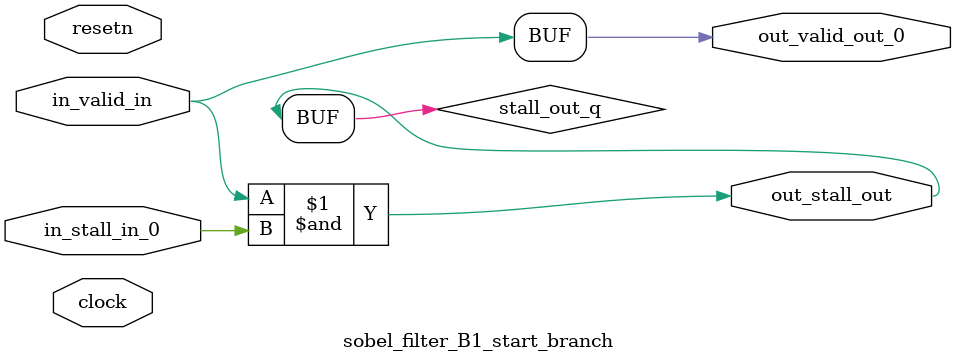
<source format=sv>



(* altera_attribute = "-name AUTO_SHIFT_REGISTER_RECOGNITION OFF; -name MESSAGE_DISABLE 10036; -name MESSAGE_DISABLE 10037; -name MESSAGE_DISABLE 14130; -name MESSAGE_DISABLE 14320; -name MESSAGE_DISABLE 15400; -name MESSAGE_DISABLE 14130; -name MESSAGE_DISABLE 10036; -name MESSAGE_DISABLE 12020; -name MESSAGE_DISABLE 12030; -name MESSAGE_DISABLE 12010; -name MESSAGE_DISABLE 12110; -name MESSAGE_DISABLE 14320; -name MESSAGE_DISABLE 13410; -name MESSAGE_DISABLE 113007; -name MESSAGE_DISABLE 10958" *)
module sobel_filter_B1_start_branch (
    input wire [0:0] in_stall_in_0,
    input wire [0:0] in_valid_in,
    output wire [0:0] out_stall_out,
    output wire [0:0] out_valid_out_0,
    input wire clock,
    input wire resetn
    );

    wire [0:0] stall_out_q;


    // stall_out(LOGICAL,6)
    assign stall_out_q = in_valid_in & in_stall_in_0;

    // out_stall_out(GPOUT,4)
    assign out_stall_out = stall_out_q;

    // out_valid_out_0(GPOUT,5)
    assign out_valid_out_0 = in_valid_in;

endmodule

</source>
